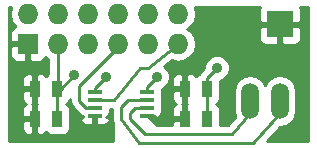
<source format=gtl>
%FSLAX34Y34*%
G04 Gerber Fmt 3.4, Leading zero omitted, Abs format*
G04 (created by PCBNEW (2014-03-08 BZR 4739)-product) date Sun 16 Mar 2014 10:57:22 AM MDT*
%MOIN*%
G01*
G70*
G90*
G04 APERTURE LIST*
%ADD10C,0.005906*%
%ADD11R,0.068000X0.068000*%
%ADD12O,0.068000X0.068000*%
%ADD13R,0.035000X0.055000*%
%ADD14O,0.059300X0.118700*%
%ADD15R,0.050000X0.016000*%
%ADD16R,0.088000X0.088000*%
%ADD17C,0.035000*%
%ADD18C,0.010000*%
G04 APERTURE END LIST*
G54D10*
G54D11*
X59900Y-38500D03*
G54D12*
X60900Y-38500D03*
X61900Y-38500D03*
X62900Y-38500D03*
X63900Y-38500D03*
X64900Y-38500D03*
X64900Y-37500D03*
X63900Y-37500D03*
X62900Y-37500D03*
X61900Y-37500D03*
X60900Y-37500D03*
X59900Y-37500D03*
G54D13*
X65125Y-41000D03*
X65875Y-41000D03*
X65125Y-40000D03*
X65875Y-40000D03*
X60125Y-41000D03*
X60875Y-41000D03*
X60125Y-40000D03*
X60875Y-40000D03*
G54D14*
X68300Y-40400D03*
X67300Y-40400D03*
G54D15*
X63875Y-40885D03*
X63875Y-40630D03*
X63875Y-40370D03*
X63875Y-40115D03*
X62125Y-40115D03*
X62125Y-40370D03*
X62125Y-40630D03*
X62125Y-40885D03*
G54D16*
X68300Y-37850D03*
G54D17*
X61450Y-39550D03*
X62500Y-39600D03*
X64200Y-39600D03*
X66200Y-39300D03*
G54D18*
X64350Y-40850D02*
X64200Y-41000D01*
X64350Y-40950D02*
X64250Y-41050D01*
X63875Y-40885D02*
X64085Y-40885D01*
X64085Y-40885D02*
X64200Y-41000D01*
X64200Y-41000D02*
X64250Y-41050D01*
X64250Y-41050D02*
X64300Y-41100D01*
X63875Y-40885D02*
X63985Y-40885D01*
X63985Y-40885D02*
X64250Y-41150D01*
X63875Y-40885D02*
X63885Y-40885D01*
X63885Y-40885D02*
X64200Y-41200D01*
X62125Y-40885D02*
X62125Y-41425D01*
X62125Y-41425D02*
X62100Y-41450D01*
X60875Y-40000D02*
X61000Y-40000D01*
X61000Y-40000D02*
X61450Y-39550D01*
X60900Y-38500D02*
X60900Y-39975D01*
X60900Y-39975D02*
X60875Y-40000D01*
X62125Y-40115D02*
X62125Y-39975D01*
X62125Y-39975D02*
X62500Y-39600D01*
X63875Y-40115D02*
X63875Y-39925D01*
X63875Y-39925D02*
X64200Y-39600D01*
X65875Y-40000D02*
X65875Y-39625D01*
X65875Y-39625D02*
X66200Y-39300D01*
X65875Y-40000D02*
X65875Y-41000D01*
X60875Y-40000D02*
X60875Y-41000D01*
X68300Y-40400D02*
X68300Y-40800D01*
X63230Y-40370D02*
X63875Y-40370D01*
X63000Y-40600D02*
X63230Y-40370D01*
X63000Y-41000D02*
X63000Y-40600D01*
X63600Y-41800D02*
X63000Y-41000D01*
X67400Y-41800D02*
X63600Y-41800D01*
X68300Y-40800D02*
X67400Y-41800D01*
X67300Y-40400D02*
X67300Y-40800D01*
X63470Y-40630D02*
X63875Y-40630D01*
X63300Y-40800D02*
X63470Y-40630D01*
X63300Y-41000D02*
X63300Y-40800D01*
X63800Y-41500D02*
X63300Y-41000D01*
X66700Y-41500D02*
X63800Y-41500D01*
X67300Y-40800D02*
X66700Y-41500D01*
X62900Y-38500D02*
X62900Y-38600D01*
X61830Y-40630D02*
X62125Y-40630D01*
X61600Y-40400D02*
X61830Y-40630D01*
X61600Y-39900D02*
X61600Y-40400D01*
X62900Y-38600D02*
X61600Y-39900D01*
X62125Y-40370D02*
X62770Y-40370D01*
X63900Y-39300D02*
X64900Y-38500D01*
X63640Y-39300D02*
X63900Y-39300D01*
X62770Y-40370D02*
X63640Y-39300D01*
G54D10*
G36*
X62750Y-41730D02*
X60075Y-41730D01*
X60075Y-41462D01*
X60075Y-41050D01*
X60075Y-40950D01*
X60075Y-40537D01*
X60037Y-40500D01*
X60075Y-40462D01*
X60075Y-40050D01*
X60075Y-39950D01*
X60075Y-39537D01*
X60012Y-39475D01*
X59900Y-39475D01*
X59850Y-39495D01*
X59850Y-39027D01*
X59850Y-38550D01*
X59372Y-38550D01*
X59310Y-38612D01*
X59310Y-38790D01*
X59310Y-38889D01*
X59348Y-38981D01*
X59418Y-39051D01*
X59510Y-39090D01*
X59787Y-39090D01*
X59850Y-39027D01*
X59850Y-39495D01*
X59808Y-39513D01*
X59738Y-39583D01*
X59700Y-39675D01*
X59700Y-39774D01*
X59700Y-39887D01*
X59762Y-39950D01*
X60075Y-39950D01*
X60075Y-40050D01*
X59762Y-40050D01*
X59700Y-40112D01*
X59700Y-40225D01*
X59700Y-40324D01*
X59738Y-40416D01*
X59808Y-40486D01*
X59839Y-40500D01*
X59808Y-40513D01*
X59738Y-40583D01*
X59700Y-40675D01*
X59700Y-40774D01*
X59700Y-40887D01*
X59762Y-40950D01*
X60075Y-40950D01*
X60075Y-41050D01*
X59762Y-41050D01*
X59700Y-41112D01*
X59700Y-41225D01*
X59700Y-41324D01*
X59738Y-41416D01*
X59808Y-41486D01*
X59900Y-41525D01*
X60012Y-41525D01*
X60075Y-41462D01*
X60075Y-41730D01*
X59269Y-41730D01*
X59269Y-37269D01*
X59346Y-37269D01*
X59343Y-37274D01*
X59298Y-37500D01*
X59343Y-37725D01*
X59471Y-37917D01*
X59479Y-37922D01*
X59418Y-37948D01*
X59348Y-38018D01*
X59310Y-38110D01*
X59310Y-38209D01*
X59310Y-38387D01*
X59372Y-38450D01*
X59850Y-38450D01*
X59850Y-38442D01*
X59950Y-38442D01*
X59950Y-38450D01*
X59957Y-38450D01*
X59957Y-38550D01*
X59950Y-38550D01*
X59950Y-39027D01*
X60012Y-39090D01*
X60289Y-39090D01*
X60381Y-39051D01*
X60451Y-38981D01*
X60477Y-38921D01*
X60575Y-38986D01*
X60575Y-39506D01*
X60558Y-39513D01*
X60500Y-39571D01*
X60441Y-39513D01*
X60349Y-39475D01*
X60237Y-39475D01*
X60175Y-39537D01*
X60175Y-39950D01*
X60182Y-39950D01*
X60182Y-40050D01*
X60175Y-40050D01*
X60175Y-40462D01*
X60212Y-40500D01*
X60175Y-40537D01*
X60175Y-40950D01*
X60182Y-40950D01*
X60182Y-41050D01*
X60175Y-41050D01*
X60175Y-41462D01*
X60237Y-41525D01*
X60349Y-41525D01*
X60441Y-41486D01*
X60500Y-41428D01*
X60558Y-41486D01*
X60650Y-41525D01*
X60749Y-41525D01*
X61099Y-41525D01*
X61191Y-41486D01*
X61261Y-41416D01*
X61300Y-41324D01*
X61300Y-41225D01*
X61300Y-40675D01*
X61261Y-40583D01*
X61191Y-40513D01*
X61175Y-40506D01*
X61175Y-40493D01*
X61191Y-40486D01*
X61261Y-40416D01*
X61300Y-40324D01*
X61300Y-40400D01*
X61322Y-40514D01*
X61387Y-40612D01*
X61617Y-40842D01*
X61715Y-40907D01*
X61715Y-40907D01*
X61719Y-40908D01*
X61719Y-40908D01*
X61733Y-40921D01*
X61740Y-40925D01*
X61687Y-40925D01*
X61625Y-40987D01*
X61625Y-41014D01*
X61663Y-41106D01*
X61733Y-41176D01*
X61825Y-41215D01*
X61924Y-41215D01*
X62012Y-41215D01*
X62075Y-41152D01*
X62075Y-40960D01*
X62175Y-40960D01*
X62175Y-41152D01*
X62237Y-41215D01*
X62325Y-41215D01*
X62424Y-41215D01*
X62516Y-41176D01*
X62586Y-41106D01*
X62625Y-41014D01*
X62625Y-40987D01*
X62562Y-40925D01*
X62509Y-40925D01*
X62516Y-40921D01*
X62586Y-40851D01*
X62608Y-40798D01*
X62625Y-40782D01*
X62625Y-40759D01*
X62625Y-40755D01*
X62625Y-40670D01*
X62700Y-40670D01*
X62700Y-41000D01*
X62707Y-41036D01*
X62709Y-41074D01*
X62718Y-41093D01*
X62722Y-41114D01*
X62743Y-41146D01*
X62750Y-41159D01*
X62750Y-41730D01*
X62750Y-41730D01*
G37*
G54D18*
X62750Y-41730D02*
X60075Y-41730D01*
X60075Y-41462D01*
X60075Y-41050D01*
X60075Y-40950D01*
X60075Y-40537D01*
X60037Y-40500D01*
X60075Y-40462D01*
X60075Y-40050D01*
X60075Y-39950D01*
X60075Y-39537D01*
X60012Y-39475D01*
X59900Y-39475D01*
X59850Y-39495D01*
X59850Y-39027D01*
X59850Y-38550D01*
X59372Y-38550D01*
X59310Y-38612D01*
X59310Y-38790D01*
X59310Y-38889D01*
X59348Y-38981D01*
X59418Y-39051D01*
X59510Y-39090D01*
X59787Y-39090D01*
X59850Y-39027D01*
X59850Y-39495D01*
X59808Y-39513D01*
X59738Y-39583D01*
X59700Y-39675D01*
X59700Y-39774D01*
X59700Y-39887D01*
X59762Y-39950D01*
X60075Y-39950D01*
X60075Y-40050D01*
X59762Y-40050D01*
X59700Y-40112D01*
X59700Y-40225D01*
X59700Y-40324D01*
X59738Y-40416D01*
X59808Y-40486D01*
X59839Y-40500D01*
X59808Y-40513D01*
X59738Y-40583D01*
X59700Y-40675D01*
X59700Y-40774D01*
X59700Y-40887D01*
X59762Y-40950D01*
X60075Y-40950D01*
X60075Y-41050D01*
X59762Y-41050D01*
X59700Y-41112D01*
X59700Y-41225D01*
X59700Y-41324D01*
X59738Y-41416D01*
X59808Y-41486D01*
X59900Y-41525D01*
X60012Y-41525D01*
X60075Y-41462D01*
X60075Y-41730D01*
X59269Y-41730D01*
X59269Y-37269D01*
X59346Y-37269D01*
X59343Y-37274D01*
X59298Y-37500D01*
X59343Y-37725D01*
X59471Y-37917D01*
X59479Y-37922D01*
X59418Y-37948D01*
X59348Y-38018D01*
X59310Y-38110D01*
X59310Y-38209D01*
X59310Y-38387D01*
X59372Y-38450D01*
X59850Y-38450D01*
X59850Y-38442D01*
X59950Y-38442D01*
X59950Y-38450D01*
X59957Y-38450D01*
X59957Y-38550D01*
X59950Y-38550D01*
X59950Y-39027D01*
X60012Y-39090D01*
X60289Y-39090D01*
X60381Y-39051D01*
X60451Y-38981D01*
X60477Y-38921D01*
X60575Y-38986D01*
X60575Y-39506D01*
X60558Y-39513D01*
X60500Y-39571D01*
X60441Y-39513D01*
X60349Y-39475D01*
X60237Y-39475D01*
X60175Y-39537D01*
X60175Y-39950D01*
X60182Y-39950D01*
X60182Y-40050D01*
X60175Y-40050D01*
X60175Y-40462D01*
X60212Y-40500D01*
X60175Y-40537D01*
X60175Y-40950D01*
X60182Y-40950D01*
X60182Y-41050D01*
X60175Y-41050D01*
X60175Y-41462D01*
X60237Y-41525D01*
X60349Y-41525D01*
X60441Y-41486D01*
X60500Y-41428D01*
X60558Y-41486D01*
X60650Y-41525D01*
X60749Y-41525D01*
X61099Y-41525D01*
X61191Y-41486D01*
X61261Y-41416D01*
X61300Y-41324D01*
X61300Y-41225D01*
X61300Y-40675D01*
X61261Y-40583D01*
X61191Y-40513D01*
X61175Y-40506D01*
X61175Y-40493D01*
X61191Y-40486D01*
X61261Y-40416D01*
X61300Y-40324D01*
X61300Y-40400D01*
X61322Y-40514D01*
X61387Y-40612D01*
X61617Y-40842D01*
X61715Y-40907D01*
X61715Y-40907D01*
X61719Y-40908D01*
X61719Y-40908D01*
X61733Y-40921D01*
X61740Y-40925D01*
X61687Y-40925D01*
X61625Y-40987D01*
X61625Y-41014D01*
X61663Y-41106D01*
X61733Y-41176D01*
X61825Y-41215D01*
X61924Y-41215D01*
X62012Y-41215D01*
X62075Y-41152D01*
X62075Y-40960D01*
X62175Y-40960D01*
X62175Y-41152D01*
X62237Y-41215D01*
X62325Y-41215D01*
X62424Y-41215D01*
X62516Y-41176D01*
X62586Y-41106D01*
X62625Y-41014D01*
X62625Y-40987D01*
X62562Y-40925D01*
X62509Y-40925D01*
X62516Y-40921D01*
X62586Y-40851D01*
X62608Y-40798D01*
X62625Y-40782D01*
X62625Y-40759D01*
X62625Y-40755D01*
X62625Y-40670D01*
X62700Y-40670D01*
X62700Y-41000D01*
X62707Y-41036D01*
X62709Y-41074D01*
X62718Y-41093D01*
X62722Y-41114D01*
X62743Y-41146D01*
X62750Y-41159D01*
X62750Y-41730D01*
G54D10*
G36*
X69230Y-41730D02*
X68990Y-41730D01*
X68990Y-38339D01*
X68990Y-38240D01*
X68990Y-37962D01*
X68927Y-37900D01*
X68350Y-37900D01*
X68350Y-38477D01*
X68412Y-38540D01*
X68789Y-38540D01*
X68881Y-38501D01*
X68951Y-38431D01*
X68990Y-38339D01*
X68990Y-41730D01*
X67866Y-41730D01*
X68291Y-41258D01*
X68300Y-41260D01*
X68509Y-41218D01*
X68686Y-41099D01*
X68804Y-40922D01*
X68846Y-40713D01*
X68846Y-40086D01*
X68804Y-39877D01*
X68686Y-39700D01*
X68509Y-39581D01*
X68300Y-39539D01*
X68250Y-39549D01*
X68250Y-38477D01*
X68250Y-37900D01*
X67672Y-37900D01*
X67610Y-37962D01*
X67610Y-38240D01*
X67610Y-38339D01*
X67648Y-38431D01*
X67718Y-38501D01*
X67810Y-38540D01*
X68187Y-38540D01*
X68250Y-38477D01*
X68250Y-39549D01*
X68090Y-39581D01*
X67913Y-39700D01*
X67800Y-39870D01*
X67686Y-39700D01*
X67509Y-39581D01*
X67300Y-39539D01*
X67090Y-39581D01*
X66913Y-39700D01*
X66795Y-39877D01*
X66753Y-40086D01*
X66753Y-40713D01*
X66795Y-40922D01*
X66797Y-40925D01*
X66562Y-41200D01*
X66300Y-41200D01*
X66300Y-40675D01*
X66261Y-40583D01*
X66191Y-40513D01*
X66175Y-40506D01*
X66175Y-40493D01*
X66191Y-40486D01*
X66261Y-40416D01*
X66300Y-40324D01*
X66300Y-40225D01*
X66300Y-39718D01*
X66440Y-39660D01*
X66560Y-39541D01*
X66624Y-39384D01*
X66625Y-39215D01*
X66560Y-39059D01*
X66441Y-38939D01*
X66284Y-38875D01*
X66115Y-38874D01*
X65959Y-38939D01*
X65839Y-39058D01*
X65775Y-39215D01*
X65774Y-39300D01*
X65662Y-39412D01*
X65610Y-39491D01*
X65610Y-39491D01*
X65558Y-39513D01*
X65500Y-39571D01*
X65441Y-39513D01*
X65349Y-39475D01*
X65237Y-39475D01*
X65175Y-39537D01*
X65175Y-39950D01*
X65182Y-39950D01*
X65182Y-40050D01*
X65175Y-40050D01*
X65175Y-40462D01*
X65212Y-40500D01*
X65175Y-40537D01*
X65175Y-40950D01*
X65182Y-40950D01*
X65182Y-41050D01*
X65175Y-41050D01*
X65175Y-41057D01*
X65075Y-41057D01*
X65075Y-41050D01*
X65075Y-40950D01*
X65075Y-40537D01*
X65037Y-40500D01*
X65075Y-40462D01*
X65075Y-40050D01*
X65075Y-39950D01*
X65075Y-39537D01*
X65012Y-39475D01*
X64900Y-39475D01*
X64808Y-39513D01*
X64738Y-39583D01*
X64700Y-39675D01*
X64700Y-39774D01*
X64700Y-39887D01*
X64762Y-39950D01*
X65075Y-39950D01*
X65075Y-40050D01*
X64762Y-40050D01*
X64700Y-40112D01*
X64700Y-40225D01*
X64700Y-40324D01*
X64738Y-40416D01*
X64808Y-40486D01*
X64839Y-40500D01*
X64808Y-40513D01*
X64738Y-40583D01*
X64700Y-40675D01*
X64700Y-40774D01*
X64700Y-40887D01*
X64762Y-40950D01*
X65075Y-40950D01*
X65075Y-41050D01*
X64762Y-41050D01*
X64700Y-41112D01*
X64700Y-41200D01*
X64210Y-41200D01*
X64266Y-41176D01*
X64336Y-41106D01*
X64375Y-41014D01*
X64375Y-40987D01*
X64312Y-40925D01*
X64259Y-40925D01*
X64266Y-40921D01*
X64336Y-40851D01*
X64358Y-40798D01*
X64375Y-40782D01*
X64375Y-40759D01*
X64375Y-40755D01*
X64375Y-40660D01*
X64375Y-40500D01*
X64374Y-40500D01*
X64375Y-40499D01*
X64375Y-40400D01*
X64375Y-40244D01*
X64375Y-40240D01*
X64375Y-40145D01*
X64375Y-39987D01*
X64440Y-39960D01*
X64560Y-39841D01*
X64624Y-39684D01*
X64625Y-39515D01*
X64560Y-39359D01*
X64447Y-39246D01*
X64691Y-39050D01*
X64888Y-39090D01*
X64911Y-39090D01*
X65137Y-39045D01*
X65328Y-38917D01*
X65456Y-38725D01*
X65501Y-38500D01*
X65456Y-38274D01*
X65328Y-38082D01*
X65204Y-38000D01*
X65328Y-37917D01*
X65456Y-37725D01*
X65501Y-37500D01*
X65456Y-37274D01*
X65453Y-37269D01*
X67647Y-37269D01*
X67610Y-37360D01*
X67610Y-37459D01*
X67610Y-37737D01*
X67672Y-37800D01*
X68250Y-37800D01*
X68250Y-37792D01*
X68350Y-37792D01*
X68350Y-37800D01*
X68927Y-37800D01*
X68990Y-37737D01*
X68990Y-37459D01*
X68990Y-37360D01*
X68952Y-37269D01*
X69230Y-37269D01*
X69230Y-41730D01*
X69230Y-41730D01*
G37*
G54D18*
X69230Y-41730D02*
X68990Y-41730D01*
X68990Y-38339D01*
X68990Y-38240D01*
X68990Y-37962D01*
X68927Y-37900D01*
X68350Y-37900D01*
X68350Y-38477D01*
X68412Y-38540D01*
X68789Y-38540D01*
X68881Y-38501D01*
X68951Y-38431D01*
X68990Y-38339D01*
X68990Y-41730D01*
X67866Y-41730D01*
X68291Y-41258D01*
X68300Y-41260D01*
X68509Y-41218D01*
X68686Y-41099D01*
X68804Y-40922D01*
X68846Y-40713D01*
X68846Y-40086D01*
X68804Y-39877D01*
X68686Y-39700D01*
X68509Y-39581D01*
X68300Y-39539D01*
X68250Y-39549D01*
X68250Y-38477D01*
X68250Y-37900D01*
X67672Y-37900D01*
X67610Y-37962D01*
X67610Y-38240D01*
X67610Y-38339D01*
X67648Y-38431D01*
X67718Y-38501D01*
X67810Y-38540D01*
X68187Y-38540D01*
X68250Y-38477D01*
X68250Y-39549D01*
X68090Y-39581D01*
X67913Y-39700D01*
X67800Y-39870D01*
X67686Y-39700D01*
X67509Y-39581D01*
X67300Y-39539D01*
X67090Y-39581D01*
X66913Y-39700D01*
X66795Y-39877D01*
X66753Y-40086D01*
X66753Y-40713D01*
X66795Y-40922D01*
X66797Y-40925D01*
X66562Y-41200D01*
X66300Y-41200D01*
X66300Y-40675D01*
X66261Y-40583D01*
X66191Y-40513D01*
X66175Y-40506D01*
X66175Y-40493D01*
X66191Y-40486D01*
X66261Y-40416D01*
X66300Y-40324D01*
X66300Y-40225D01*
X66300Y-39718D01*
X66440Y-39660D01*
X66560Y-39541D01*
X66624Y-39384D01*
X66625Y-39215D01*
X66560Y-39059D01*
X66441Y-38939D01*
X66284Y-38875D01*
X66115Y-38874D01*
X65959Y-38939D01*
X65839Y-39058D01*
X65775Y-39215D01*
X65774Y-39300D01*
X65662Y-39412D01*
X65610Y-39491D01*
X65610Y-39491D01*
X65558Y-39513D01*
X65500Y-39571D01*
X65441Y-39513D01*
X65349Y-39475D01*
X65237Y-39475D01*
X65175Y-39537D01*
X65175Y-39950D01*
X65182Y-39950D01*
X65182Y-40050D01*
X65175Y-40050D01*
X65175Y-40462D01*
X65212Y-40500D01*
X65175Y-40537D01*
X65175Y-40950D01*
X65182Y-40950D01*
X65182Y-41050D01*
X65175Y-41050D01*
X65175Y-41057D01*
X65075Y-41057D01*
X65075Y-41050D01*
X65075Y-40950D01*
X65075Y-40537D01*
X65037Y-40500D01*
X65075Y-40462D01*
X65075Y-40050D01*
X65075Y-39950D01*
X65075Y-39537D01*
X65012Y-39475D01*
X64900Y-39475D01*
X64808Y-39513D01*
X64738Y-39583D01*
X64700Y-39675D01*
X64700Y-39774D01*
X64700Y-39887D01*
X64762Y-39950D01*
X65075Y-39950D01*
X65075Y-40050D01*
X64762Y-40050D01*
X64700Y-40112D01*
X64700Y-40225D01*
X64700Y-40324D01*
X64738Y-40416D01*
X64808Y-40486D01*
X64839Y-40500D01*
X64808Y-40513D01*
X64738Y-40583D01*
X64700Y-40675D01*
X64700Y-40774D01*
X64700Y-40887D01*
X64762Y-40950D01*
X65075Y-40950D01*
X65075Y-41050D01*
X64762Y-41050D01*
X64700Y-41112D01*
X64700Y-41200D01*
X64210Y-41200D01*
X64266Y-41176D01*
X64336Y-41106D01*
X64375Y-41014D01*
X64375Y-40987D01*
X64312Y-40925D01*
X64259Y-40925D01*
X64266Y-40921D01*
X64336Y-40851D01*
X64358Y-40798D01*
X64375Y-40782D01*
X64375Y-40759D01*
X64375Y-40755D01*
X64375Y-40660D01*
X64375Y-40500D01*
X64374Y-40500D01*
X64375Y-40499D01*
X64375Y-40400D01*
X64375Y-40244D01*
X64375Y-40240D01*
X64375Y-40145D01*
X64375Y-39987D01*
X64440Y-39960D01*
X64560Y-39841D01*
X64624Y-39684D01*
X64625Y-39515D01*
X64560Y-39359D01*
X64447Y-39246D01*
X64691Y-39050D01*
X64888Y-39090D01*
X64911Y-39090D01*
X65137Y-39045D01*
X65328Y-38917D01*
X65456Y-38725D01*
X65501Y-38500D01*
X65456Y-38274D01*
X65328Y-38082D01*
X65204Y-38000D01*
X65328Y-37917D01*
X65456Y-37725D01*
X65501Y-37500D01*
X65456Y-37274D01*
X65453Y-37269D01*
X67647Y-37269D01*
X67610Y-37360D01*
X67610Y-37459D01*
X67610Y-37737D01*
X67672Y-37800D01*
X68250Y-37800D01*
X68250Y-37792D01*
X68350Y-37792D01*
X68350Y-37800D01*
X68927Y-37800D01*
X68990Y-37737D01*
X68990Y-37459D01*
X68990Y-37360D01*
X68952Y-37269D01*
X69230Y-37269D01*
X69230Y-41730D01*
M02*

</source>
